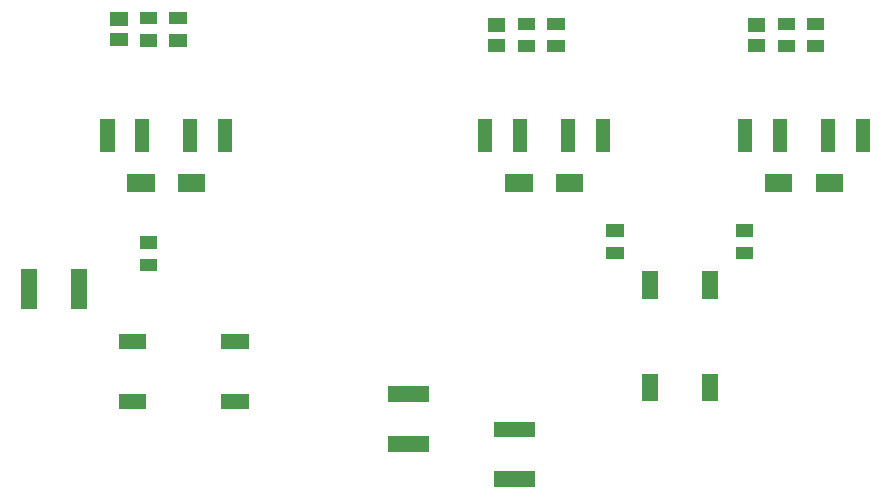
<source format=gbr>
G04 start of page 11 for group -4014 idx -4014 *
G04 Title: EW10A - bias supply, bottompaste *
G04 Creator: pcb 1.99z *
G04 CreationDate: Wed 13 Aug 2014 11:07:00 PM GMT UTC *
G04 For: eelco *
G04 Format: Gerber/RS-274X *
G04 PCB-Dimensions (mil): 4724.41 3149.61 *
G04 PCB-Coordinate-Origin: lower left *
%MOIN*%
%FSLAX25Y25*%
%LNBOTTOMPASTE*%
%ADD91R,0.0512X0.0512*%
%ADD90R,0.0531X0.0531*%
%ADD89R,0.0472X0.0472*%
%ADD88R,0.0413X0.0413*%
%ADD87R,0.0453X0.0453*%
%ADD86R,0.0610X0.0610*%
G54D86*X166339Y185039D02*X169488D01*
X149409D02*X152559D01*
G54D87*X143110Y239665D02*X144291D01*
X143110Y232776D02*X144291D01*
G54D88*X152756Y239961D02*X154331D01*
X152756Y232480D02*X154331D01*
X162598Y239961D02*X164173D01*
X162598Y232480D02*X164173D01*
G54D89*X179035Y203839D02*Y197736D01*
X167421Y203839D02*Y197736D01*
X139862Y203839D02*Y197736D01*
X151476Y203839D02*Y197736D01*
G54D86*X292323Y185039D02*X295472D01*
X275394D02*X278543D01*
G54D89*X265846Y203839D02*Y197736D01*
X277461Y203839D02*Y197736D01*
G54D87*X269094Y237697D02*X270276D01*
X269094Y230807D02*X270276D01*
G54D88*X288583Y237992D02*X290157D01*
X288583Y230512D02*X290157D01*
G54D86*X378937Y185039D02*X382087D01*
X362008D02*X365157D01*
G54D87*X355709Y230807D02*X356890D01*
X355709Y237697D02*X356890D01*
G54D88*X365354Y230512D02*X366929D01*
X365354Y237992D02*X366929D01*
G54D89*X364075Y203839D02*Y197736D01*
X352461Y203839D02*Y197736D01*
X380020Y203839D02*Y197736D01*
X391634Y203839D02*Y197736D01*
G54D88*X375197Y230512D02*X376772D01*
X375197Y237992D02*X376772D01*
X278740D02*X280315D01*
X278740Y230512D02*X280315D01*
G54D89*X305020Y203839D02*Y197736D01*
X293406Y203839D02*Y197736D01*
G54D90*X113780Y153740D02*Y145472D01*
X130315Y153740D02*Y145472D01*
G54D88*X308268Y161614D02*X309843D01*
X308268Y169094D02*X309843D01*
X152756Y157677D02*X154331D01*
X152756Y165157D02*X154331D01*
G54D91*X320669Y153051D02*Y148917D01*
X340748Y153051D02*Y148917D01*
Y118799D02*Y114665D01*
X320669Y118799D02*Y114665D01*
G54D88*X351575Y161614D02*X353150D01*
X351575Y169094D02*X353150D01*
G54D90*X271457Y86220D02*X279724D01*
X271457Y102756D02*X279724D01*
X236024Y98031D02*X244291D01*
X236024Y114567D02*X244291D01*
G54D91*X180413Y132087D02*X184547D01*
X180413Y112008D02*X184547D01*
X146161D02*X150295D01*
X146161Y132087D02*X150295D01*
M02*

</source>
